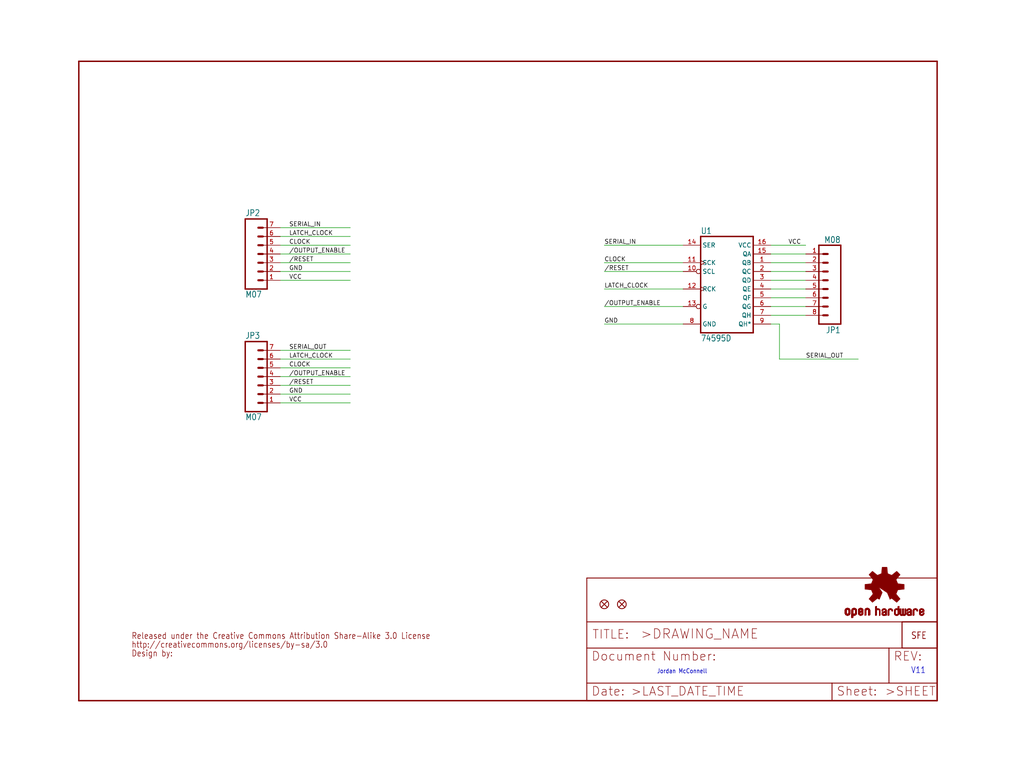
<source format=kicad_sch>
(kicad_sch (version 20211123) (generator eeschema)
  (paper "User" 297.002 223.926)
  (lib_symbols
    (symbol "schematicEagle-eagle-import:74595D"
      (property "Reference" "IC" (at -5.08 13.335 0))
      (property "Value" "74595D" (at -5.08 -17.78 0))
      (symbol "74595D_1_0"
        (pin tri_state line (at 15.24 5.08 180) (length 5.08) (name "QB") (number "1"))
        (pin input inverted (at -10.16 2.54 0) (length 5.08) (name "SCL") (number "10"))
        (pin input clock (at -10.16 5.08 0) (length 5.08) (name "SCK") (number "11"))
        (pin input clock (at -10.16 -2.54 0) (length 5.08) (name "RCK") (number "12"))
        (pin input inverted (at -10.16 -7.62 0) (length 5.08) (name "G") (number "13"))
        (pin input line (at -10.16 10.16 0) (length 5.08) (name "SER") (number "14"))
        (pin tri_state line (at 15.24 7.62 180) (length 5.08) (name "QA") (number "15"))
        (pin power_in line (at 15.24 10.16 180) (length 5.08) (name "VCC") (number "16"))
        (pin tri_state line (at 15.24 2.54 180) (length 5.08) (name "QC") (number "2"))
        (pin tri_state line (at 15.24 0 180) (length 5.08) (name "QD") (number "3"))
        (pin tri_state line (at 15.24 -2.54 180) (length 5.08) (name "QE") (number "4"))
        (pin tri_state line (at 15.24 -5.08 180) (length 5.08) (name "QF") (number "5"))
        (pin tri_state line (at 15.24 -7.62 180) (length 5.08) (name "QG") (number "6"))
        (pin tri_state line (at 15.24 -10.16 180) (length 5.08) (name "QH") (number "7"))
        (pin power_in line (at -10.16 -12.7 0) (length 5.08) (name "GND") (number "8"))
        (pin tri_state line (at 15.24 -12.7 180) (length 5.08) (name "QH*") (number "9"))
      )
    )
    (symbol "schematicEagle-eagle-import:CREATIVE_COMMONS"
      (symbol "CREATIVE_COMMONS_1_0"
        (text "Design by:" (at 0 0 0) (effects (font (size 1.778 1.5113)) (justify left bottom)))
        (text "http://creativecommons.org/licenses/by-sa/3.0" (at 0 2.54 0) (effects (font (size 1.778 1.5113)) (justify left bottom)))
        (text "Released under the Creative Commons Attribution Share-Alike 3.0 License" (at 0 5.08 0) (effects (font (size 1.778 1.5113)) (justify left bottom)))
      )
    )
    (symbol "schematicEagle-eagle-import:FIDUCIAL1X2.5")
    (symbol "schematicEagle-eagle-import:FRAME-LETTER"
      (symbol "FRAME-LETTER_2_0"
        (text ">DRAWING_NAME" (at 15.494 17.78 0) (effects (font (size 2.7432 2.7432)) (justify left bottom)))
        (text ">LAST_DATE_TIME" (at 12.7 1.27 0) (effects (font (size 2.54 2.54)) (justify left bottom)))
        (text ">SHEET" (at 86.36 1.27 0) (effects (font (size 2.54 2.54)) (justify left bottom)))
        (text "Date:" (at 1.27 1.27 0) (effects (font (size 2.54 2.54)) (justify left bottom)))
        (text "Document Number:" (at 1.27 11.43 0) (effects (font (size 2.54 2.54)) (justify left bottom)))
        (text "REV:" (at 88.9 11.43 0) (effects (font (size 2.54 2.54)) (justify left bottom)))
        (text "Sheet:" (at 72.39 1.27 0) (effects (font (size 2.54 2.54)) (justify left bottom)))
        (text "TITLE:" (at 1.524 17.78 0) (effects (font (size 2.54 2.54)) (justify left bottom)))
      )
    )
    (symbol "schematicEagle-eagle-import:LOGO-SFENEW"
      (symbol "LOGO-SFENEW_1_0"
        (text "SFE" (at 0 0 0) (effects (font (size 1.9304 1.6408)) (justify left bottom)))
      )
    )
    (symbol "schematicEagle-eagle-import:LOGO-SFESK"
      (symbol "LOGO-SFESK_1_0"
        (text "SFE" (at 0 0 0) (effects (font (size 1.9304 1.6408)) (justify left bottom)))
      )
    )
    (symbol "schematicEagle-eagle-import:M07"
      (property "Reference" "JP" (at -5.08 13.462 0))
      (property "Value" "M07" (at -5.08 -10.16 0))
      (symbol "M07_1_0"
        (pin passive line (at 5.08 -5.08 180) (length 5.08) (name "1") (number "1"))
        (pin passive line (at 5.08 -2.54 180) (length 5.08) (name "2") (number "2"))
        (pin passive line (at 5.08 0 180) (length 5.08) (name "3") (number "3"))
        (pin passive line (at 5.08 2.54 180) (length 5.08) (name "4") (number "4"))
        (pin passive line (at 5.08 5.08 180) (length 5.08) (name "5") (number "5"))
        (pin passive line (at 5.08 7.62 180) (length 5.08) (name "6") (number "6"))
        (pin passive line (at 5.08 10.16 180) (length 5.08) (name "7") (number "7"))
      )
    )
    (symbol "schematicEagle-eagle-import:M08"
      (property "Reference" "JP" (at -5.08 13.462 0))
      (property "Value" "M08" (at -5.08 -12.7 0))
      (symbol "M08_1_0"
        (pin passive line (at 5.08 -7.62 180) (length 5.08) (name "1") (number "1"))
        (pin passive line (at 5.08 -5.08 180) (length 5.08) (name "2") (number "2"))
        (pin passive line (at 5.08 -2.54 180) (length 5.08) (name "3") (number "3"))
        (pin passive line (at 5.08 0 180) (length 5.08) (name "4") (number "4"))
        (pin passive line (at 5.08 2.54 180) (length 5.08) (name "5") (number "5"))
        (pin passive line (at 5.08 5.08 180) (length 5.08) (name "6") (number "6"))
        (pin passive line (at 5.08 7.62 180) (length 5.08) (name "7") (number "7"))
        (pin passive line (at 5.08 10.16 180) (length 5.08) (name "8") (number "8"))
      )
    )
    (symbol "schematicEagle-eagle-import:OSHW-LOGOM")
  )
  (wire (pts (xy 226.06 104.14) (xy 248.92 104.14)))
  (wire (pts (xy 223.52 78.74) (xy 233.68 78.74)))
  (wire (pts (xy 223.52 71.12) (xy 233.68 71.12)))
  (wire (pts (xy 198.12 93.98) (xy 175.26 93.98)))
  (wire (pts (xy 81.28 114.3) (xy 101.6 114.3)))
  (wire (pts (xy 223.52 88.9) (xy 233.68 88.9)))
  (wire (pts (xy 226.06 93.98) (xy 226.06 104.14)))
  (wire (pts (xy 223.52 93.98) (xy 226.06 93.98)))
  (wire (pts (xy 198.12 88.9) (xy 175.26 88.9)))
  (wire (pts (xy 81.28 116.84) (xy 101.6 116.84)))
  (wire (pts (xy 81.28 109.22) (xy 101.6 109.22)))
  (wire (pts (xy 81.28 101.6) (xy 101.6 101.6)))
  (wire (pts (xy 81.28 106.68) (xy 101.6 106.68)))
  (wire (pts (xy 223.52 81.28) (xy 233.68 81.28)))
  (wire (pts (xy 198.12 78.74) (xy 175.26 78.74)))
  (wire (pts (xy 81.28 81.28) (xy 101.6 81.28)))
  (wire (pts (xy 198.12 83.82) (xy 175.26 83.82)))
  (wire (pts (xy 223.52 83.82) (xy 233.68 83.82)))
  (wire (pts (xy 223.52 73.66) (xy 233.68 73.66)))
  (wire (pts (xy 198.12 71.12) (xy 175.26 71.12)))
  (wire (pts (xy 81.28 71.12) (xy 101.6 71.12)))
  (wire (pts (xy 223.52 91.44) (xy 233.68 91.44)))
  (wire (pts (xy 81.28 73.66) (xy 101.6 73.66)))
  (wire (pts (xy 81.28 104.14) (xy 101.6 104.14)))
  (wire (pts (xy 81.28 66.04) (xy 101.6 66.04)))
  (wire (pts (xy 81.28 68.58) (xy 101.6 68.58)))
  (wire (pts (xy 81.28 78.74) (xy 101.6 78.74)))
  (wire (pts (xy 81.28 76.2) (xy 101.6 76.2)))
  (wire (pts (xy 81.28 111.76) (xy 101.6 111.76)))
  (wire (pts (xy 223.52 86.36) (xy 233.68 86.36)))
  (wire (pts (xy 223.52 76.2) (xy 233.68 76.2)))
  (wire (pts (xy 198.12 76.2) (xy 175.26 76.2)))
  (text "V11" (at 264.16 195.58 180) (effects (font (size 1.778 1.5113)) (justify left bottom)))
  (text "Jordan McConnell" (at 190.5 195.58 180) (effects (font (size 1.27 1.0795)) (justify left bottom)))
  (label "CLOCK" (at 83.82 106.68 0) (effects (font (size 1.2446 1.2446))))
  (label "/RESET" (at 83.82 111.76 0) (effects (font (size 1.2446 1.2446))))
  (label "/RESET" (at 83.82 76.2 0) (effects (font (size 1.2446 1.2446))))
  (label "LATCH_CLOCK" (at 83.82 104.14 0) (effects (font (size 1.2446 1.2446))))
  (label "GND" (at 83.82 114.3 0) (effects (font (size 1.2446 1.2446))))
  (label "SERIAL_IN" (at 83.82 66.04 0) (effects (font (size 1.2446 1.2446))))
  (label "GND" (at 175.26 93.98 0) (effects (font (size 1.2446 1.2446))))
  (label "SERIAL_OUT" (at 83.82 101.6 0) (effects (font (size 1.2446 1.2446))))
  (label "/OUTPUT_ENABLE" (at 175.26 88.9 0) (effects (font (size 1.2446 1.2446))))
  (label "VCC" (at 228.6 71.12 0) (effects (font (size 1.2446 1.2446))))
  (label "GND" (at 83.82 78.74 0) (effects (font (size 1.2446 1.2446))))
  (label "SERIAL_OUT" (at 233.68 104.14 0) (effects (font (size 1.2446 1.2446))))
  (label "/OUTPUT_ENABLE" (at 83.82 73.66 0) (effects (font (size 1.2446 1.2446))))
  (label "VCC" (at 83.82 116.84 0) (effects (font (size 1.2446 1.2446))))
  (label "VCC" (at 83.82 81.28 0) (effects (font (size 1.2446 1.2446))))
  (label "/OUTPUT_ENABLE" (at 83.82 109.22 0) (effects (font (size 1.2446 1.2446))))
  (label "LATCH_CLOCK" (at 175.26 83.82 0) (effects (font (size 1.2446 1.2446))))
  (label "/RESET" (at 175.26 78.74 0) (effects (font (size 1.2446 1.2446))))
  (label "CLOCK" (at 83.82 71.12 0) (effects (font (size 1.2446 1.2446))))
  (label "CLOCK" (at 175.26 76.2 0) (effects (font (size 1.2446 1.2446))))
  (label "LATCH_CLOCK" (at 83.82 68.58 0) (effects (font (size 1.2446 1.2446))))
  (label "SERIAL_IN" (at 175.26 71.12 0) (effects (font (size 1.2446 1.2446))))
  (symbol (lib_id "schematicEagle-eagle-import:M08") (at 238.76 81.28 180) (unit 1)
    (property "Reference" "JP1" (at 243.84 94.742 0) (effects (font (size 1.778 1.5113)) (justify left bottom)))
    (property "Value" "M08" (at 243.84 68.58 0) (effects (font (size 1.778 1.5113)) (justify left bottom)))
    (property "Footprint" "schematicEagle:1X08" (effects hide))
  )
  (symbol (lib_id "schematicEagle-eagle-import:FIDUCIAL1X2.5") (at 180.34 175.26 0) (unit 1)
    (property "Reference" "JP7" (effects hide))
    (property "Value" "FIDUCIAL1X2.5" (effects hide))
    (property "Footprint" "schematicEagle:FIDUCIAL-1X2.5" (effects hide))
  )
  (symbol (lib_id "schematicEagle-eagle-import:CREATIVE_COMMONS") (at 38.1 190.5 0) (unit 1)
    (property "Reference" "U$2" (effects hide))
    (property "Value" "CREATIVE_COMMONS" (effects hide))
    (property "Footprint" "schematicEagle:CREATIVE_COMMONS" (effects hide))
  )
  (symbol (lib_id "schematicEagle-eagle-import:OSHW-LOGOM") (at 256.54 170.18 0) (unit 1)
    (property "Reference" "U$1" (effects hide))
    (property "Value" "OSHW-LOGOM" (effects hide))
    (property "Footprint" "schematicEagle:OSHW-LOGO-M" (effects hide))
  )
  (symbol (lib_id "schematicEagle-eagle-import:LOGO-SFESK") (at 264.16 185.42 0) (unit 1)
    (property "Reference" "JP5" (effects hide))
    (property "Value" "LOGO-SFESK" (effects hide))
    (property "Footprint" "schematicEagle:SFE-LOGO-FLAME" (effects hide))
  )
  (symbol (lib_id "schematicEagle-eagle-import:M07") (at 76.2 76.2 0) (unit 1)
    (property "Reference" "JP2" (at 71.12 62.738 0) (effects (font (size 1.778 1.5113)) (justify left bottom)))
    (property "Value" "M07" (at 71.12 86.36 0) (effects (font (size 1.778 1.5113)) (justify left bottom)))
    (property "Footprint" "schematicEagle:1X07" (effects hide))
  )
  (symbol (lib_id "schematicEagle-eagle-import:FRAME-LETTER") (at 22.86 203.2 0) (unit 1)
    (property "Reference" "#FRAME1" (effects hide))
    (property "Value" "FRAME-LETTER" (effects hide))
    (property "Footprint" "schematicEagle:" (effects hide))
  )
  (symbol (lib_id "schematicEagle-eagle-import:LOGO-SFENEW") (at 264.16 185.42 0) (unit 1)
    (property "Reference" "JP4" (effects hide))
    (property "Value" "LOGO-SFENEW" (effects hide))
    (property "Footprint" "schematicEagle:SFE-NEW-WEBLOGO" (effects hide))
  )
  (symbol (lib_id "schematicEagle-eagle-import:74595D") (at 208.28 81.28 0) (unit 1)
    (property "Reference" "U1" (at 203.2 67.945 0) (effects (font (size 1.778 1.5113)) (justify left bottom)))
    (property "Value" "74595D" (at 203.2 99.06 0) (effects (font (size 1.778 1.5113)) (justify left bottom)))
    (property "Footprint" "schematicEagle:SO16" (effects hide))
  )
  (symbol (lib_id "schematicEagle-eagle-import:M07") (at 76.2 111.76 0) (unit 1)
    (property "Reference" "JP3" (at 71.12 98.298 0) (effects (font (size 1.778 1.5113)) (justify left bottom)))
    (property "Value" "M07" (at 71.12 121.92 0) (effects (font (size 1.778 1.5113)) (justify left bottom)))
    (property "Footprint" "schematicEagle:1X07" (effects hide))
  )
  (symbol (lib_id "schematicEagle-eagle-import:FRAME-LETTER") (at 170.18 203.2 0) (unit 2)
    (property "Reference" "#FRAME1" (effects hide))
    (property "Value" "FRAME-LETTER" (effects hide))
    (property "Footprint" "schematicEagle:" (effects hide))
  )
  (symbol (lib_id "schematicEagle-eagle-import:FIDUCIAL1X2.5") (at 175.26 175.26 0) (unit 1)
    (property "Reference" "JP6" (effects hide))
    (property "Value" "FIDUCIAL1X2.5" (effects hide))
    (property "Footprint" "schematicEagle:FIDUCIAL-1X2.5" (effects hide))
  )
)
</source>
